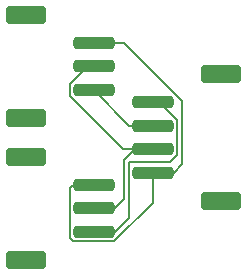
<source format=gbr>
%TF.GenerationSoftware,KiCad,Pcbnew,9.0.2*%
%TF.CreationDate,2025-06-01T02:56:29-04:00*%
%TF.ProjectId,merger,6d657267-6572-42e6-9b69-6361645f7063,rev?*%
%TF.SameCoordinates,Original*%
%TF.FileFunction,Copper,L1,Top*%
%TF.FilePolarity,Positive*%
%FSLAX46Y46*%
G04 Gerber Fmt 4.6, Leading zero omitted, Abs format (unit mm)*
G04 Created by KiCad (PCBNEW 9.0.2) date 2025-06-01 02:56:29*
%MOMM*%
%LPD*%
G01*
G04 APERTURE LIST*
G04 Aperture macros list*
%AMRoundRect*
0 Rectangle with rounded corners*
0 $1 Rounding radius*
0 $2 $3 $4 $5 $6 $7 $8 $9 X,Y pos of 4 corners*
0 Add a 4 corners polygon primitive as box body*
4,1,4,$2,$3,$4,$5,$6,$7,$8,$9,$2,$3,0*
0 Add four circle primitives for the rounded corners*
1,1,$1+$1,$2,$3*
1,1,$1+$1,$4,$5*
1,1,$1+$1,$6,$7*
1,1,$1+$1,$8,$9*
0 Add four rect primitives between the rounded corners*
20,1,$1+$1,$2,$3,$4,$5,0*
20,1,$1+$1,$4,$5,$6,$7,0*
20,1,$1+$1,$6,$7,$8,$9,0*
20,1,$1+$1,$8,$9,$2,$3,0*%
G04 Aperture macros list end*
%TA.AperFunction,SMDPad,CuDef*%
%ADD10RoundRect,0.250000X-1.500000X0.250000X-1.500000X-0.250000X1.500000X-0.250000X1.500000X0.250000X0*%
%TD*%
%TA.AperFunction,SMDPad,CuDef*%
%ADD11RoundRect,0.250001X-1.449999X0.499999X-1.449999X-0.499999X1.449999X-0.499999X1.449999X0.499999X0*%
%TD*%
%TA.AperFunction,SMDPad,CuDef*%
%ADD12RoundRect,0.250000X1.500000X-0.250000X1.500000X0.250000X-1.500000X0.250000X-1.500000X-0.250000X0*%
%TD*%
%TA.AperFunction,SMDPad,CuDef*%
%ADD13RoundRect,0.250001X1.449999X-0.499999X1.449999X0.499999X-1.449999X0.499999X-1.449999X-0.499999X0*%
%TD*%
%TA.AperFunction,Conductor*%
%ADD14C,0.200000*%
%TD*%
G04 APERTURE END LIST*
D10*
%TO.P,J2,1,Pin_1*%
%TO.N,GND*%
X120000000Y-75000000D03*
%TO.P,J2,2,Pin_2*%
%TO.N,+5V*%
X120000000Y-77000000D03*
%TO.P,J2,3,Pin_3*%
%TO.N,Net-(J2-Pin_3)*%
X120000000Y-79000000D03*
D11*
%TO.P,J2,MP*%
%TO.N,N/C*%
X114250000Y-72650000D03*
X114250000Y-81350000D03*
%TD*%
D10*
%TO.P,J1,1,Pin_1*%
%TO.N,GND*%
X120000000Y-63000000D03*
%TO.P,J1,2,Pin_2*%
%TO.N,+5V*%
X120000000Y-65000000D03*
%TO.P,J1,3,Pin_3*%
%TO.N,Net-(J1-Pin_3)*%
X120000000Y-67000000D03*
D11*
%TO.P,J1,MP*%
%TO.N,N/C*%
X114250000Y-60650000D03*
X114250000Y-69350000D03*
%TD*%
D12*
%TO.P,J3,1,Pin_1*%
%TO.N,GND*%
X125000000Y-74000000D03*
%TO.P,J3,2,Pin_2*%
%TO.N,+5V*%
X125000000Y-72000000D03*
%TO.P,J3,3,Pin_3*%
%TO.N,Net-(J1-Pin_3)*%
X125000000Y-70000000D03*
%TO.P,J3,4,Pin_4*%
%TO.N,Net-(J2-Pin_3)*%
X125000000Y-68000000D03*
D13*
%TO.P,J3,MP*%
%TO.N,N/C*%
X130750000Y-76350000D03*
X130750000Y-65650000D03*
%TD*%
D14*
%TO.N,Net-(J1-Pin_3)*%
X120000000Y-67000000D02*
X123000000Y-70000000D01*
X123000000Y-70000000D02*
X125000000Y-70000000D01*
%TO.N,GND*%
X126750000Y-74000000D02*
X125000000Y-74000000D01*
X120000000Y-63000000D02*
X122536160Y-63000000D01*
X127452000Y-67915840D02*
X127452000Y-73298000D01*
X118250000Y-75000000D02*
X117949000Y-75301000D01*
X117949000Y-79485160D02*
X118264840Y-79801000D01*
X122536160Y-63000000D02*
X127452000Y-67915840D01*
X118264840Y-79801000D02*
X121735160Y-79801000D01*
X127452000Y-73298000D02*
X126750000Y-74000000D01*
X117949000Y-75301000D02*
X117949000Y-79485160D01*
X120000000Y-75000000D02*
X118250000Y-75000000D01*
X125000000Y-76536160D02*
X125000000Y-74000000D01*
X121735160Y-79801000D02*
X125000000Y-76536160D01*
%TO.N,+5V*%
X121750000Y-77000000D02*
X122548000Y-76202000D01*
X117949000Y-67485160D02*
X122463840Y-72000000D01*
X119463840Y-65000000D02*
X117949000Y-66514840D01*
X117949000Y-66514840D02*
X117949000Y-67485160D01*
X122463840Y-72000000D02*
X125000000Y-72000000D01*
X123498740Y-72000000D02*
X125000000Y-72000000D01*
X122548000Y-76202000D02*
X122548000Y-72950740D01*
X120000000Y-65000000D02*
X119463840Y-65000000D01*
X122548000Y-72950740D02*
X123498740Y-72000000D01*
X120000000Y-77000000D02*
X121750000Y-77000000D01*
%TO.N,Net-(J2-Pin_3)*%
X127051000Y-72485160D02*
X127051000Y-69514840D01*
X126419320Y-73116840D02*
X127051000Y-72485160D01*
X120000000Y-79000000D02*
X121750000Y-79000000D01*
X121750000Y-79000000D02*
X122949000Y-77801000D01*
X125536160Y-68000000D02*
X125000000Y-68000000D01*
X127051000Y-69514840D02*
X125536160Y-68000000D01*
X122949000Y-73116840D02*
X126419320Y-73116840D01*
X122949000Y-77801000D02*
X122949000Y-73116840D01*
%TD*%
M02*

</source>
